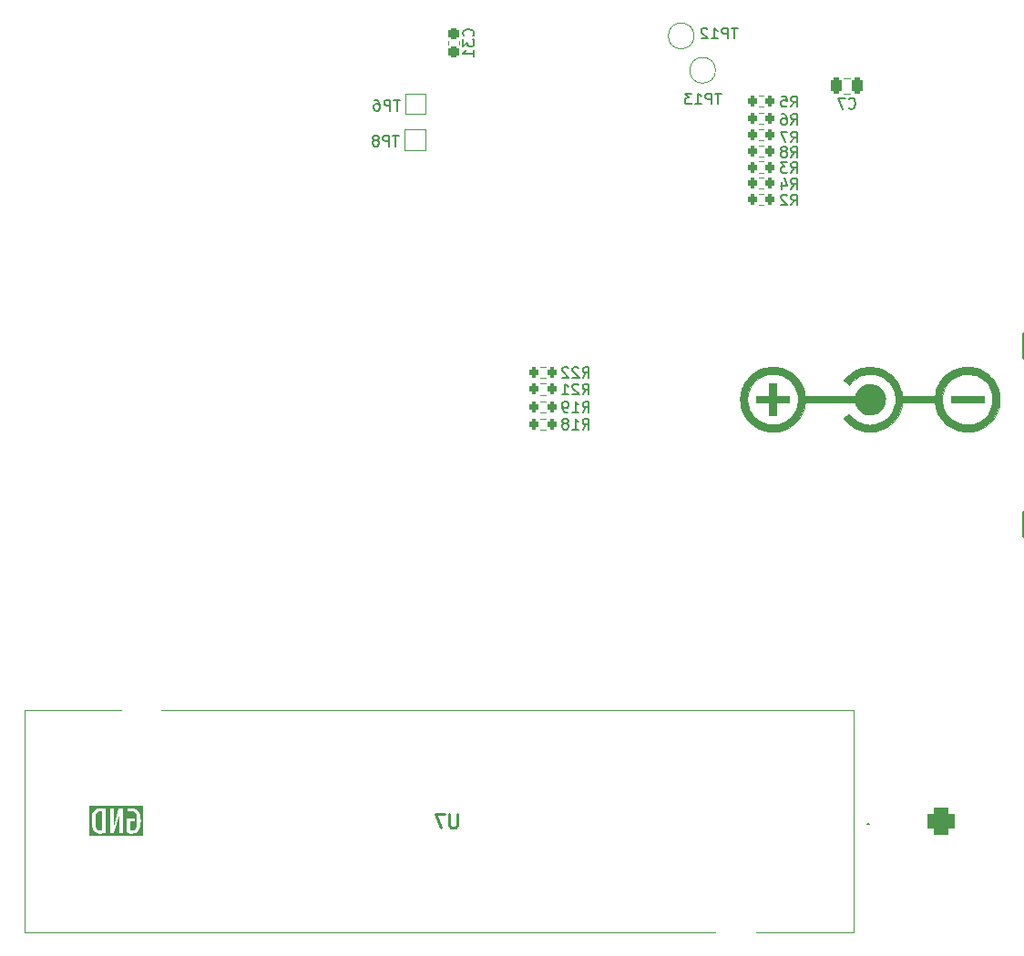
<source format=gbr>
%TF.GenerationSoftware,KiCad,Pcbnew,(6.0.9)*%
%TF.CreationDate,2023-04-07T16:32:21+03:00*%
%TF.ProjectId,ESP32_power_meter_MP3_player_WIFI_radio_V2,45535033-325f-4706-9f77-65725f6d6574,rev?*%
%TF.SameCoordinates,Original*%
%TF.FileFunction,Legend,Bot*%
%TF.FilePolarity,Positive*%
%FSLAX46Y46*%
G04 Gerber Fmt 4.6, Leading zero omitted, Abs format (unit mm)*
G04 Created by KiCad (PCBNEW (6.0.9)) date 2023-04-07 16:32:21*
%MOMM*%
%LPD*%
G01*
G04 APERTURE LIST*
G04 Aperture macros list*
%AMRoundRect*
0 Rectangle with rounded corners*
0 $1 Rounding radius*
0 $2 $3 $4 $5 $6 $7 $8 $9 X,Y pos of 4 corners*
0 Add a 4 corners polygon primitive as box body*
4,1,4,$2,$3,$4,$5,$6,$7,$8,$9,$2,$3,0*
0 Add four circle primitives for the rounded corners*
1,1,$1+$1,$2,$3*
1,1,$1+$1,$4,$5*
1,1,$1+$1,$6,$7*
1,1,$1+$1,$8,$9*
0 Add four rect primitives between the rounded corners*
20,1,$1+$1,$2,$3,$4,$5,0*
20,1,$1+$1,$4,$5,$6,$7,0*
20,1,$1+$1,$6,$7,$8,$9,0*
20,1,$1+$1,$8,$9,$2,$3,0*%
G04 Aperture macros list end*
%ADD10C,0.254000*%
%ADD11C,0.150000*%
%ADD12C,0.100000*%
%ADD13C,0.200000*%
%ADD14C,0.120000*%
%ADD15C,0.010000*%
%ADD16C,1.980000*%
%ADD17C,5.325000*%
%ADD18C,3.585000*%
%ADD19C,1.300000*%
%ADD20C,1.710000*%
%ADD21C,1.500000*%
%ADD22R,1.950000X1.950000*%
%ADD23C,1.950000*%
%ADD24C,2.400000*%
%ADD25R,1.700000X1.700000*%
%ADD26O,1.700000X1.700000*%
%ADD27RoundRect,0.650000X-0.650000X0.650000X-0.650000X-0.650000X0.650000X-0.650000X0.650000X0.650000X0*%
%ADD28C,2.600000*%
%ADD29R,5.500000X2.000000*%
%ADD30R,1.800000X5.000000*%
%ADD31R,1.800000X4.400000*%
%ADD32O,1.800000X4.000000*%
%ADD33O,4.000000X1.800000*%
%ADD34R,1.500000X1.600000*%
%ADD35C,1.600000*%
%ADD36C,3.000000*%
%ADD37R,1.600000X1.500000*%
%ADD38C,3.200000*%
%ADD39C,3.810000*%
%ADD40C,2.700000*%
%ADD41C,1.524000*%
%ADD42C,1.440000*%
%ADD43C,2.000000*%
%ADD44RoundRect,0.650000X-0.650000X-0.650000X0.650000X-0.650000X0.650000X0.650000X-0.650000X0.650000X0*%
%ADD45R,2.400000X2.400000*%
%ADD46O,2.400000X2.400000*%
%ADD47RoundRect,0.200000X0.200000X0.275000X-0.200000X0.275000X-0.200000X-0.275000X0.200000X-0.275000X0*%
%ADD48RoundRect,0.250000X-0.250000X-0.475000X0.250000X-0.475000X0.250000X0.475000X-0.250000X0.475000X0*%
%ADD49R,1.500000X1.500000*%
%ADD50RoundRect,0.237500X0.237500X-0.300000X0.237500X0.300000X-0.237500X0.300000X-0.237500X-0.300000X0*%
%ADD51RoundRect,0.101600X-1.206500X1.206500X-1.206500X-1.206500X1.206500X-1.206500X1.206500X1.206500X0*%
%ADD52C,2.616200*%
G04 APERTURE END LIST*
D10*
%TO.C,U7*%
X91594619Y-124174523D02*
X91594619Y-125202619D01*
X91534142Y-125323571D01*
X91473666Y-125384047D01*
X91352714Y-125444523D01*
X91110809Y-125444523D01*
X90989857Y-125384047D01*
X90929380Y-125323571D01*
X90868904Y-125202619D01*
X90868904Y-124174523D01*
X90385095Y-124174523D02*
X89538428Y-124174523D01*
X90082714Y-125444523D01*
D11*
%TO.C,R19*%
X103242857Y-86802380D02*
X103576190Y-86326190D01*
X103814285Y-86802380D02*
X103814285Y-85802380D01*
X103433333Y-85802380D01*
X103338095Y-85850000D01*
X103290476Y-85897619D01*
X103242857Y-85992857D01*
X103242857Y-86135714D01*
X103290476Y-86230952D01*
X103338095Y-86278571D01*
X103433333Y-86326190D01*
X103814285Y-86326190D01*
X102290476Y-86802380D02*
X102861904Y-86802380D01*
X102576190Y-86802380D02*
X102576190Y-85802380D01*
X102671428Y-85945238D01*
X102766666Y-86040476D01*
X102861904Y-86088095D01*
X101814285Y-86802380D02*
X101623809Y-86802380D01*
X101528571Y-86754761D01*
X101480952Y-86707142D01*
X101385714Y-86564285D01*
X101338095Y-86373809D01*
X101338095Y-85992857D01*
X101385714Y-85897619D01*
X101433333Y-85850000D01*
X101528571Y-85802380D01*
X101719047Y-85802380D01*
X101814285Y-85850000D01*
X101861904Y-85897619D01*
X101909523Y-85992857D01*
X101909523Y-86230952D01*
X101861904Y-86326190D01*
X101814285Y-86373809D01*
X101719047Y-86421428D01*
X101528571Y-86421428D01*
X101433333Y-86373809D01*
X101385714Y-86326190D01*
X101338095Y-86230952D01*
%TO.C,R21*%
X103242857Y-85152380D02*
X103576190Y-84676190D01*
X103814285Y-85152380D02*
X103814285Y-84152380D01*
X103433333Y-84152380D01*
X103338095Y-84200000D01*
X103290476Y-84247619D01*
X103242857Y-84342857D01*
X103242857Y-84485714D01*
X103290476Y-84580952D01*
X103338095Y-84628571D01*
X103433333Y-84676190D01*
X103814285Y-84676190D01*
X102861904Y-84247619D02*
X102814285Y-84200000D01*
X102719047Y-84152380D01*
X102480952Y-84152380D01*
X102385714Y-84200000D01*
X102338095Y-84247619D01*
X102290476Y-84342857D01*
X102290476Y-84438095D01*
X102338095Y-84580952D01*
X102909523Y-85152380D01*
X102290476Y-85152380D01*
X101338095Y-85152380D02*
X101909523Y-85152380D01*
X101623809Y-85152380D02*
X101623809Y-84152380D01*
X101719047Y-84295238D01*
X101814285Y-84390476D01*
X101909523Y-84438095D01*
%TO.C,R2*%
X122616666Y-67552380D02*
X122950000Y-67076190D01*
X123188095Y-67552380D02*
X123188095Y-66552380D01*
X122807142Y-66552380D01*
X122711904Y-66600000D01*
X122664285Y-66647619D01*
X122616666Y-66742857D01*
X122616666Y-66885714D01*
X122664285Y-66980952D01*
X122711904Y-67028571D01*
X122807142Y-67076190D01*
X123188095Y-67076190D01*
X122235714Y-66647619D02*
X122188095Y-66600000D01*
X122092857Y-66552380D01*
X121854761Y-66552380D01*
X121759523Y-66600000D01*
X121711904Y-66647619D01*
X121664285Y-66742857D01*
X121664285Y-66838095D01*
X121711904Y-66980952D01*
X122283333Y-67552380D01*
X121664285Y-67552380D01*
%TO.C,TP12*%
X117638095Y-51052380D02*
X117066666Y-51052380D01*
X117352380Y-52052380D02*
X117352380Y-51052380D01*
X116733333Y-52052380D02*
X116733333Y-51052380D01*
X116352380Y-51052380D01*
X116257142Y-51100000D01*
X116209523Y-51147619D01*
X116161904Y-51242857D01*
X116161904Y-51385714D01*
X116209523Y-51480952D01*
X116257142Y-51528571D01*
X116352380Y-51576190D01*
X116733333Y-51576190D01*
X115209523Y-52052380D02*
X115780952Y-52052380D01*
X115495238Y-52052380D02*
X115495238Y-51052380D01*
X115590476Y-51195238D01*
X115685714Y-51290476D01*
X115780952Y-51338095D01*
X114828571Y-51147619D02*
X114780952Y-51100000D01*
X114685714Y-51052380D01*
X114447619Y-51052380D01*
X114352380Y-51100000D01*
X114304761Y-51147619D01*
X114257142Y-51242857D01*
X114257142Y-51338095D01*
X114304761Y-51480952D01*
X114876190Y-52052380D01*
X114257142Y-52052380D01*
%TO.C,R6*%
X122616666Y-60052380D02*
X122950000Y-59576190D01*
X123188095Y-60052380D02*
X123188095Y-59052380D01*
X122807142Y-59052380D01*
X122711904Y-59100000D01*
X122664285Y-59147619D01*
X122616666Y-59242857D01*
X122616666Y-59385714D01*
X122664285Y-59480952D01*
X122711904Y-59528571D01*
X122807142Y-59576190D01*
X123188095Y-59576190D01*
X121759523Y-59052380D02*
X121950000Y-59052380D01*
X122045238Y-59100000D01*
X122092857Y-59147619D01*
X122188095Y-59290476D01*
X122235714Y-59480952D01*
X122235714Y-59861904D01*
X122188095Y-59957142D01*
X122140476Y-60004761D01*
X122045238Y-60052380D01*
X121854761Y-60052380D01*
X121759523Y-60004761D01*
X121711904Y-59957142D01*
X121664285Y-59861904D01*
X121664285Y-59623809D01*
X121711904Y-59528571D01*
X121759523Y-59480952D01*
X121854761Y-59433333D01*
X122045238Y-59433333D01*
X122140476Y-59480952D01*
X122188095Y-59528571D01*
X122235714Y-59623809D01*
%TO.C,C7*%
X127966666Y-58487142D02*
X128014285Y-58534761D01*
X128157142Y-58582380D01*
X128252380Y-58582380D01*
X128395238Y-58534761D01*
X128490476Y-58439523D01*
X128538095Y-58344285D01*
X128585714Y-58153809D01*
X128585714Y-58010952D01*
X128538095Y-57820476D01*
X128490476Y-57725238D01*
X128395238Y-57630000D01*
X128252380Y-57582380D01*
X128157142Y-57582380D01*
X128014285Y-57630000D01*
X127966666Y-57677619D01*
X127633333Y-57582380D02*
X126966666Y-57582380D01*
X127395238Y-58582380D01*
%TO.C,R4*%
X122616666Y-66052380D02*
X122950000Y-65576190D01*
X123188095Y-66052380D02*
X123188095Y-65052380D01*
X122807142Y-65052380D01*
X122711904Y-65100000D01*
X122664285Y-65147619D01*
X122616666Y-65242857D01*
X122616666Y-65385714D01*
X122664285Y-65480952D01*
X122711904Y-65528571D01*
X122807142Y-65576190D01*
X123188095Y-65576190D01*
X121759523Y-65385714D02*
X121759523Y-66052380D01*
X121997619Y-65004761D02*
X122235714Y-65719047D01*
X121616666Y-65719047D01*
%TO.C,TP6*%
X86261904Y-57752380D02*
X85690476Y-57752380D01*
X85976190Y-58752380D02*
X85976190Y-57752380D01*
X85357142Y-58752380D02*
X85357142Y-57752380D01*
X84976190Y-57752380D01*
X84880952Y-57800000D01*
X84833333Y-57847619D01*
X84785714Y-57942857D01*
X84785714Y-58085714D01*
X84833333Y-58180952D01*
X84880952Y-58228571D01*
X84976190Y-58276190D01*
X85357142Y-58276190D01*
X83928571Y-57752380D02*
X84119047Y-57752380D01*
X84214285Y-57800000D01*
X84261904Y-57847619D01*
X84357142Y-57990476D01*
X84404761Y-58180952D01*
X84404761Y-58561904D01*
X84357142Y-58657142D01*
X84309523Y-58704761D01*
X84214285Y-58752380D01*
X84023809Y-58752380D01*
X83928571Y-58704761D01*
X83880952Y-58657142D01*
X83833333Y-58561904D01*
X83833333Y-58323809D01*
X83880952Y-58228571D01*
X83928571Y-58180952D01*
X84023809Y-58133333D01*
X84214285Y-58133333D01*
X84309523Y-58180952D01*
X84357142Y-58228571D01*
X84404761Y-58323809D01*
%TO.C,R18*%
X103242857Y-88402380D02*
X103576190Y-87926190D01*
X103814285Y-88402380D02*
X103814285Y-87402380D01*
X103433333Y-87402380D01*
X103338095Y-87450000D01*
X103290476Y-87497619D01*
X103242857Y-87592857D01*
X103242857Y-87735714D01*
X103290476Y-87830952D01*
X103338095Y-87878571D01*
X103433333Y-87926190D01*
X103814285Y-87926190D01*
X102290476Y-88402380D02*
X102861904Y-88402380D01*
X102576190Y-88402380D02*
X102576190Y-87402380D01*
X102671428Y-87545238D01*
X102766666Y-87640476D01*
X102861904Y-87688095D01*
X101719047Y-87830952D02*
X101814285Y-87783333D01*
X101861904Y-87735714D01*
X101909523Y-87640476D01*
X101909523Y-87592857D01*
X101861904Y-87497619D01*
X101814285Y-87450000D01*
X101719047Y-87402380D01*
X101528571Y-87402380D01*
X101433333Y-87450000D01*
X101385714Y-87497619D01*
X101338095Y-87592857D01*
X101338095Y-87640476D01*
X101385714Y-87735714D01*
X101433333Y-87783333D01*
X101528571Y-87830952D01*
X101719047Y-87830952D01*
X101814285Y-87878571D01*
X101861904Y-87926190D01*
X101909523Y-88021428D01*
X101909523Y-88211904D01*
X101861904Y-88307142D01*
X101814285Y-88354761D01*
X101719047Y-88402380D01*
X101528571Y-88402380D01*
X101433333Y-88354761D01*
X101385714Y-88307142D01*
X101338095Y-88211904D01*
X101338095Y-88021428D01*
X101385714Y-87926190D01*
X101433333Y-87878571D01*
X101528571Y-87830952D01*
%TO.C,R7*%
X122616666Y-61702380D02*
X122950000Y-61226190D01*
X123188095Y-61702380D02*
X123188095Y-60702380D01*
X122807142Y-60702380D01*
X122711904Y-60750000D01*
X122664285Y-60797619D01*
X122616666Y-60892857D01*
X122616666Y-61035714D01*
X122664285Y-61130952D01*
X122711904Y-61178571D01*
X122807142Y-61226190D01*
X123188095Y-61226190D01*
X122283333Y-60702380D02*
X121616666Y-60702380D01*
X122045238Y-61702380D01*
%TO.C,C31*%
X93037142Y-51807142D02*
X93084761Y-51759523D01*
X93132380Y-51616666D01*
X93132380Y-51521428D01*
X93084761Y-51378571D01*
X92989523Y-51283333D01*
X92894285Y-51235714D01*
X92703809Y-51188095D01*
X92560952Y-51188095D01*
X92370476Y-51235714D01*
X92275238Y-51283333D01*
X92180000Y-51378571D01*
X92132380Y-51521428D01*
X92132380Y-51616666D01*
X92180000Y-51759523D01*
X92227619Y-51807142D01*
X92132380Y-52140476D02*
X92132380Y-52759523D01*
X92513333Y-52426190D01*
X92513333Y-52569047D01*
X92560952Y-52664285D01*
X92608571Y-52711904D01*
X92703809Y-52759523D01*
X92941904Y-52759523D01*
X93037142Y-52711904D01*
X93084761Y-52664285D01*
X93132380Y-52569047D01*
X93132380Y-52283333D01*
X93084761Y-52188095D01*
X93037142Y-52140476D01*
X93132380Y-53711904D02*
X93132380Y-53140476D01*
X93132380Y-53426190D02*
X92132380Y-53426190D01*
X92275238Y-53330952D01*
X92370476Y-53235714D01*
X92418095Y-53140476D01*
%TO.C,TP8*%
X86161904Y-61052380D02*
X85590476Y-61052380D01*
X85876190Y-62052380D02*
X85876190Y-61052380D01*
X85257142Y-62052380D02*
X85257142Y-61052380D01*
X84876190Y-61052380D01*
X84780952Y-61100000D01*
X84733333Y-61147619D01*
X84685714Y-61242857D01*
X84685714Y-61385714D01*
X84733333Y-61480952D01*
X84780952Y-61528571D01*
X84876190Y-61576190D01*
X85257142Y-61576190D01*
X84114285Y-61480952D02*
X84209523Y-61433333D01*
X84257142Y-61385714D01*
X84304761Y-61290476D01*
X84304761Y-61242857D01*
X84257142Y-61147619D01*
X84209523Y-61100000D01*
X84114285Y-61052380D01*
X83923809Y-61052380D01*
X83828571Y-61100000D01*
X83780952Y-61147619D01*
X83733333Y-61242857D01*
X83733333Y-61290476D01*
X83780952Y-61385714D01*
X83828571Y-61433333D01*
X83923809Y-61480952D01*
X84114285Y-61480952D01*
X84209523Y-61528571D01*
X84257142Y-61576190D01*
X84304761Y-61671428D01*
X84304761Y-61861904D01*
X84257142Y-61957142D01*
X84209523Y-62004761D01*
X84114285Y-62052380D01*
X83923809Y-62052380D01*
X83828571Y-62004761D01*
X83780952Y-61957142D01*
X83733333Y-61861904D01*
X83733333Y-61671428D01*
X83780952Y-61576190D01*
X83828571Y-61528571D01*
X83923809Y-61480952D01*
%TO.C,R8*%
X122616666Y-63102380D02*
X122950000Y-62626190D01*
X123188095Y-63102380D02*
X123188095Y-62102380D01*
X122807142Y-62102380D01*
X122711904Y-62150000D01*
X122664285Y-62197619D01*
X122616666Y-62292857D01*
X122616666Y-62435714D01*
X122664285Y-62530952D01*
X122711904Y-62578571D01*
X122807142Y-62626190D01*
X123188095Y-62626190D01*
X122045238Y-62530952D02*
X122140476Y-62483333D01*
X122188095Y-62435714D01*
X122235714Y-62340476D01*
X122235714Y-62292857D01*
X122188095Y-62197619D01*
X122140476Y-62150000D01*
X122045238Y-62102380D01*
X121854761Y-62102380D01*
X121759523Y-62150000D01*
X121711904Y-62197619D01*
X121664285Y-62292857D01*
X121664285Y-62340476D01*
X121711904Y-62435714D01*
X121759523Y-62483333D01*
X121854761Y-62530952D01*
X122045238Y-62530952D01*
X122140476Y-62578571D01*
X122188095Y-62626190D01*
X122235714Y-62721428D01*
X122235714Y-62911904D01*
X122188095Y-63007142D01*
X122140476Y-63054761D01*
X122045238Y-63102380D01*
X121854761Y-63102380D01*
X121759523Y-63054761D01*
X121711904Y-63007142D01*
X121664285Y-62911904D01*
X121664285Y-62721428D01*
X121711904Y-62626190D01*
X121759523Y-62578571D01*
X121854761Y-62530952D01*
%TO.C,R3*%
X122616666Y-64552380D02*
X122950000Y-64076190D01*
X123188095Y-64552380D02*
X123188095Y-63552380D01*
X122807142Y-63552380D01*
X122711904Y-63600000D01*
X122664285Y-63647619D01*
X122616666Y-63742857D01*
X122616666Y-63885714D01*
X122664285Y-63980952D01*
X122711904Y-64028571D01*
X122807142Y-64076190D01*
X123188095Y-64076190D01*
X122283333Y-63552380D02*
X121664285Y-63552380D01*
X121997619Y-63933333D01*
X121854761Y-63933333D01*
X121759523Y-63980952D01*
X121711904Y-64028571D01*
X121664285Y-64123809D01*
X121664285Y-64361904D01*
X121711904Y-64457142D01*
X121759523Y-64504761D01*
X121854761Y-64552380D01*
X122140476Y-64552380D01*
X122235714Y-64504761D01*
X122283333Y-64457142D01*
%TO.C,R5*%
X122616666Y-58402380D02*
X122950000Y-57926190D01*
X123188095Y-58402380D02*
X123188095Y-57402380D01*
X122807142Y-57402380D01*
X122711904Y-57450000D01*
X122664285Y-57497619D01*
X122616666Y-57592857D01*
X122616666Y-57735714D01*
X122664285Y-57830952D01*
X122711904Y-57878571D01*
X122807142Y-57926190D01*
X123188095Y-57926190D01*
X121711904Y-57402380D02*
X122188095Y-57402380D01*
X122235714Y-57878571D01*
X122188095Y-57830952D01*
X122092857Y-57783333D01*
X121854761Y-57783333D01*
X121759523Y-57830952D01*
X121711904Y-57878571D01*
X121664285Y-57973809D01*
X121664285Y-58211904D01*
X121711904Y-58307142D01*
X121759523Y-58354761D01*
X121854761Y-58402380D01*
X122092857Y-58402380D01*
X122188095Y-58354761D01*
X122235714Y-58307142D01*
%TO.C,R22*%
X103242857Y-83602380D02*
X103576190Y-83126190D01*
X103814285Y-83602380D02*
X103814285Y-82602380D01*
X103433333Y-82602380D01*
X103338095Y-82650000D01*
X103290476Y-82697619D01*
X103242857Y-82792857D01*
X103242857Y-82935714D01*
X103290476Y-83030952D01*
X103338095Y-83078571D01*
X103433333Y-83126190D01*
X103814285Y-83126190D01*
X102861904Y-82697619D02*
X102814285Y-82650000D01*
X102719047Y-82602380D01*
X102480952Y-82602380D01*
X102385714Y-82650000D01*
X102338095Y-82697619D01*
X102290476Y-82792857D01*
X102290476Y-82888095D01*
X102338095Y-83030952D01*
X102909523Y-83602380D01*
X102290476Y-83602380D01*
X101909523Y-82697619D02*
X101861904Y-82650000D01*
X101766666Y-82602380D01*
X101528571Y-82602380D01*
X101433333Y-82650000D01*
X101385714Y-82697619D01*
X101338095Y-82792857D01*
X101338095Y-82888095D01*
X101385714Y-83030952D01*
X101957142Y-83602380D01*
X101338095Y-83602380D01*
%TO.C,TP13*%
X116138095Y-57152380D02*
X115566666Y-57152380D01*
X115852380Y-58152380D02*
X115852380Y-57152380D01*
X115233333Y-58152380D02*
X115233333Y-57152380D01*
X114852380Y-57152380D01*
X114757142Y-57200000D01*
X114709523Y-57247619D01*
X114661904Y-57342857D01*
X114661904Y-57485714D01*
X114709523Y-57580952D01*
X114757142Y-57628571D01*
X114852380Y-57676190D01*
X115233333Y-57676190D01*
X113709523Y-58152380D02*
X114280952Y-58152380D01*
X113995238Y-58152380D02*
X113995238Y-57152380D01*
X114090476Y-57295238D01*
X114185714Y-57390476D01*
X114280952Y-57438095D01*
X113376190Y-57152380D02*
X112757142Y-57152380D01*
X113090476Y-57533333D01*
X112947619Y-57533333D01*
X112852380Y-57580952D01*
X112804761Y-57628571D01*
X112757142Y-57723809D01*
X112757142Y-57961904D01*
X112804761Y-58057142D01*
X112852380Y-58104761D01*
X112947619Y-58152380D01*
X113233333Y-58152380D01*
X113328571Y-58104761D01*
X113376190Y-58057142D01*
D12*
%TO.C,U7*%
X128465000Y-114545000D02*
X64080000Y-114545000D01*
X64080000Y-114545000D02*
X64080000Y-114545000D01*
X64080000Y-114545000D02*
X128465000Y-114545000D01*
X128465000Y-114545000D02*
X128465000Y-114545000D01*
X60330000Y-114545000D02*
X51415000Y-114545000D01*
X51415000Y-114545000D02*
X51415000Y-114545000D01*
X51415000Y-114545000D02*
X60330000Y-114545000D01*
X60330000Y-114545000D02*
X60330000Y-114545000D01*
X51415000Y-135195000D02*
X115580000Y-135195000D01*
X115580000Y-135195000D02*
X115580000Y-135195000D01*
X115580000Y-135195000D02*
X51415000Y-135195000D01*
X51415000Y-135195000D02*
X51415000Y-135195000D01*
X119330000Y-135195000D02*
X128465000Y-135195000D01*
X128465000Y-135195000D02*
X128465000Y-135195000D01*
X128465000Y-135195000D02*
X119330000Y-135195000D01*
X119330000Y-135195000D02*
X119330000Y-135195000D01*
X51415000Y-114545000D02*
X51415000Y-114545000D01*
X51415000Y-114545000D02*
X51415000Y-135195000D01*
X51415000Y-135195000D02*
X51415000Y-135195000D01*
X51415000Y-135195000D02*
X51415000Y-114545000D01*
X128465000Y-135195000D02*
X128465000Y-135195000D01*
X128465000Y-135195000D02*
X128465000Y-114545000D01*
X128465000Y-114545000D02*
X128465000Y-114545000D01*
X128465000Y-114545000D02*
X128465000Y-135195000D01*
D13*
X129840000Y-125120000D02*
X129840000Y-125120000D01*
X129740000Y-125120000D02*
X129740000Y-125120000D01*
X129840000Y-125120000D02*
X129840000Y-125120000D01*
X129740000Y-125120000D02*
G75*
G03*
X129840000Y-125120000I50000J0D01*
G01*
X129840000Y-125120000D02*
G75*
G03*
X129740000Y-125120000I-50000J0D01*
G01*
X129740000Y-125120000D02*
G75*
G03*
X129840000Y-125120000I50000J0D01*
G01*
D14*
%TO.C,R19*%
X99787258Y-86822500D02*
X99312742Y-86822500D01*
X99787258Y-85777500D02*
X99312742Y-85777500D01*
%TO.C,R21*%
X99787258Y-85172500D02*
X99312742Y-85172500D01*
X99787258Y-84127500D02*
X99312742Y-84127500D01*
%TO.C,R2*%
X120087258Y-67522500D02*
X119612742Y-67522500D01*
X120087258Y-66477500D02*
X119612742Y-66477500D01*
%TO.C,TP12*%
X113600000Y-51800000D02*
G75*
G03*
X113600000Y-51800000I-1200000J0D01*
G01*
%TO.C,R6*%
X120087258Y-59972500D02*
X119612742Y-59972500D01*
X120087258Y-58927500D02*
X119612742Y-58927500D01*
%TO.C,C7*%
X127538748Y-55715000D02*
X128061252Y-55715000D01*
X127538748Y-57185000D02*
X128061252Y-57185000D01*
%TO.C,R4*%
X120087258Y-66022500D02*
X119612742Y-66022500D01*
X120087258Y-64977500D02*
X119612742Y-64977500D01*
%TO.C,TP6*%
X86750000Y-59050000D02*
X88650000Y-59050000D01*
X86750000Y-57150000D02*
X86750000Y-59050000D01*
X88650000Y-57150000D02*
X86750000Y-57150000D01*
X88650000Y-59050000D02*
X88650000Y-57150000D01*
%TO.C,R18*%
X99787258Y-88422500D02*
X99312742Y-88422500D01*
X99787258Y-87377500D02*
X99312742Y-87377500D01*
%TO.C,R7*%
X120087258Y-61522500D02*
X119612742Y-61522500D01*
X120087258Y-60477500D02*
X119612742Y-60477500D01*
%TO.C,C31*%
X91760000Y-52596267D02*
X91760000Y-52303733D01*
X90740000Y-52596267D02*
X90740000Y-52303733D01*
%TO.C,TP8*%
X86700000Y-62400000D02*
X88600000Y-62400000D01*
X86700000Y-60500000D02*
X86700000Y-62400000D01*
X88600000Y-60500000D02*
X86700000Y-60500000D01*
X88600000Y-62400000D02*
X88600000Y-60500000D01*
%TO.C,R8*%
X120087258Y-63022500D02*
X119612742Y-63022500D01*
X120087258Y-61977500D02*
X119612742Y-61977500D01*
%TO.C,R3*%
X120087258Y-64522500D02*
X119612742Y-64522500D01*
X120087258Y-63477500D02*
X119612742Y-63477500D01*
%TO.C,R5*%
X120087258Y-58372500D02*
X119612742Y-58372500D01*
X120087258Y-57327500D02*
X119612742Y-57327500D01*
%TO.C,FID3*%
G36*
X121201338Y-84691510D02*
G01*
X121204604Y-85291931D01*
X121805024Y-85295196D01*
X122405445Y-85298462D01*
X122405445Y-85901782D01*
X121198316Y-85901782D01*
X121198316Y-87108911D01*
X120594752Y-87108911D01*
X120594752Y-85901782D01*
X119387623Y-85901782D01*
X119387623Y-85298218D01*
X120594752Y-85298218D01*
X120594752Y-84091089D01*
X121198073Y-84091089D01*
X121201338Y-84691510D01*
G37*
D15*
X121201338Y-84691510D02*
X121204604Y-85291931D01*
X121805024Y-85295196D01*
X122405445Y-85298462D01*
X122405445Y-85901782D01*
X121198316Y-85901782D01*
X121198316Y-87108911D01*
X120594752Y-87108911D01*
X120594752Y-85901782D01*
X119387623Y-85901782D01*
X119387623Y-85298218D01*
X120594752Y-85298218D01*
X120594752Y-84091089D01*
X121198073Y-84091089D01*
X121201338Y-84691510D01*
G36*
X140499802Y-85901782D02*
G01*
X137481980Y-85901782D01*
X137481980Y-85298218D01*
X140499802Y-85298218D01*
X140499802Y-85901782D01*
G37*
X140499802Y-85901782D02*
X137481980Y-85901782D01*
X137481980Y-85298218D01*
X140499802Y-85298218D01*
X140499802Y-85901782D01*
G36*
X131325202Y-85891073D02*
G01*
X131276614Y-86072636D01*
X131245267Y-86156607D01*
X131168275Y-86312292D01*
X131069461Y-86458261D01*
X130947447Y-86596705D01*
X130864555Y-86673625D01*
X130721717Y-86779829D01*
X130568093Y-86865503D01*
X130405977Y-86930650D01*
X130237664Y-86975275D01*
X130065450Y-86999379D01*
X129891628Y-87002966D01*
X129718494Y-86986040D01*
X129548342Y-86948604D01*
X129383467Y-86890661D01*
X129226164Y-86812215D01*
X129078728Y-86713268D01*
X128943453Y-86593825D01*
X128904085Y-86552660D01*
X128817043Y-86448478D01*
X128742807Y-86337391D01*
X128678895Y-86214878D01*
X128622827Y-86076421D01*
X128572120Y-85917500D01*
X128571989Y-85917256D01*
X128565824Y-85915290D01*
X128549974Y-85913486D01*
X128523529Y-85911840D01*
X128485579Y-85910343D01*
X128435215Y-85908992D01*
X128371527Y-85907778D01*
X128293606Y-85906697D01*
X128200541Y-85905742D01*
X128091424Y-85904907D01*
X127965345Y-85904186D01*
X127821394Y-85903573D01*
X127658661Y-85903061D01*
X127476238Y-85902645D01*
X127273214Y-85902318D01*
X127048680Y-85902075D01*
X126801726Y-85901908D01*
X126531443Y-85901813D01*
X126236921Y-85901782D01*
X123906222Y-85901782D01*
X123883583Y-86055817D01*
X123872964Y-86122882D01*
X123818187Y-86379620D01*
X123742489Y-86630547D01*
X123647128Y-86872735D01*
X123533364Y-87103255D01*
X123402453Y-87319178D01*
X123255654Y-87517575D01*
X123247115Y-87527921D01*
X123174593Y-87610595D01*
X123089491Y-87700408D01*
X122998605Y-87790585D01*
X122908737Y-87874354D01*
X122826683Y-87944941D01*
X122698015Y-88043269D01*
X122483696Y-88183096D01*
X122255371Y-88305555D01*
X122016628Y-88409154D01*
X121771053Y-88492397D01*
X121522235Y-88553789D01*
X121273762Y-88591837D01*
X121235549Y-88595854D01*
X121177447Y-88602019D01*
X121128934Y-88607233D01*
X121097722Y-88610670D01*
X121075614Y-88612474D01*
X121017245Y-88614155D01*
X120941993Y-88613745D01*
X120855196Y-88611484D01*
X120762193Y-88607614D01*
X120668322Y-88602373D01*
X120578923Y-88596003D01*
X120499334Y-88588743D01*
X120434893Y-88580834D01*
X120178566Y-88532574D01*
X119914626Y-88459355D01*
X119661925Y-88363787D01*
X119419936Y-88245671D01*
X119188134Y-88104804D01*
X119099580Y-88042980D01*
X118889668Y-87875370D01*
X118697597Y-87690501D01*
X118523998Y-87489311D01*
X118369499Y-87272735D01*
X118234731Y-87041710D01*
X118120324Y-86797173D01*
X118026908Y-86540062D01*
X117955113Y-86271311D01*
X117923050Y-86101257D01*
X117894030Y-85845057D01*
X117885843Y-85582526D01*
X117889333Y-85509030D01*
X118557969Y-85509030D01*
X118558756Y-85633195D01*
X118563747Y-85760418D01*
X118572662Y-85883696D01*
X118585222Y-85996023D01*
X118601147Y-86090396D01*
X118653169Y-86294965D01*
X118733801Y-86522942D01*
X118834672Y-86737342D01*
X118954757Y-86937274D01*
X119093030Y-87121849D01*
X119248466Y-87290176D01*
X119420038Y-87441366D01*
X119606722Y-87574528D01*
X119807491Y-87688772D01*
X120021321Y-87783209D01*
X120247185Y-87856947D01*
X120484058Y-87909097D01*
X120730914Y-87938769D01*
X120745305Y-87939792D01*
X120810183Y-87944021D01*
X120867104Y-87947147D01*
X120910364Y-87948885D01*
X120934257Y-87948950D01*
X120949896Y-87947920D01*
X120989507Y-87945526D01*
X121034851Y-87942962D01*
X121175115Y-87931388D01*
X121413815Y-87893094D01*
X121643907Y-87832520D01*
X121864060Y-87750533D01*
X122072947Y-87648002D01*
X122269239Y-87525794D01*
X122451607Y-87384775D01*
X122618723Y-87225814D01*
X122769258Y-87049778D01*
X122901884Y-86857535D01*
X123015272Y-86649951D01*
X123072306Y-86522297D01*
X123150020Y-86303923D01*
X123204801Y-86079902D01*
X123237239Y-85847590D01*
X123247920Y-85604344D01*
X123247808Y-85577316D01*
X123246343Y-85497106D01*
X123243451Y-85418586D01*
X123239468Y-85349574D01*
X123234730Y-85297888D01*
X123230383Y-85264582D01*
X123185444Y-85024637D01*
X123118388Y-84794701D01*
X123030164Y-84575947D01*
X122921719Y-84369549D01*
X122794004Y-84176681D01*
X122647966Y-83998517D01*
X122484554Y-83836231D01*
X122304717Y-83690996D01*
X122109402Y-83563986D01*
X121899560Y-83456375D01*
X121676138Y-83369337D01*
X121584402Y-83341007D01*
X121357522Y-83288153D01*
X121125863Y-83257274D01*
X120892023Y-83248048D01*
X120658604Y-83260149D01*
X120428205Y-83293255D01*
X120203426Y-83347041D01*
X119986868Y-83421185D01*
X119781130Y-83515361D01*
X119588812Y-83629246D01*
X119505455Y-83687483D01*
X119316451Y-83840288D01*
X119147231Y-84008387D01*
X118998192Y-84191126D01*
X118869734Y-84387853D01*
X118762254Y-84597915D01*
X118676150Y-84820657D01*
X118611821Y-85055427D01*
X118569664Y-85301572D01*
X118561665Y-85394927D01*
X118557969Y-85509030D01*
X117889333Y-85509030D01*
X117898398Y-85318125D01*
X117931602Y-85056313D01*
X117985364Y-84801549D01*
X118048620Y-84587869D01*
X118146532Y-84335623D01*
X118266245Y-84094838D01*
X118406979Y-83866754D01*
X118567957Y-83652612D01*
X118748399Y-83453650D01*
X118947524Y-83271108D01*
X119123370Y-83136007D01*
X119344145Y-82994776D01*
X119578897Y-82872654D01*
X119825379Y-82770554D01*
X120081342Y-82689392D01*
X120344538Y-82630082D01*
X120612719Y-82593539D01*
X120665976Y-82589561D01*
X120775143Y-82585352D01*
X120896698Y-82584620D01*
X121023160Y-82587175D01*
X121147047Y-82592824D01*
X121260876Y-82601374D01*
X121357164Y-82612635D01*
X121509995Y-82638973D01*
X121777007Y-82703888D01*
X122033427Y-82790724D01*
X122278217Y-82898674D01*
X122510335Y-83026930D01*
X122728741Y-83174686D01*
X122932397Y-83341134D01*
X123120261Y-83525468D01*
X123291293Y-83726879D01*
X123444454Y-83944560D01*
X123578703Y-84177705D01*
X123693000Y-84425507D01*
X123741629Y-84555810D01*
X123793245Y-84720886D01*
X123837672Y-84892647D01*
X123872577Y-85061944D01*
X123895623Y-85219629D01*
X123904251Y-85298218D01*
X126274243Y-85298218D01*
X126565719Y-85298179D01*
X126833070Y-85298076D01*
X127077206Y-85297900D01*
X127299035Y-85297647D01*
X127499467Y-85297310D01*
X127679412Y-85296882D01*
X127839778Y-85296359D01*
X127981476Y-85295733D01*
X128105415Y-85294998D01*
X128212504Y-85294150D01*
X128303652Y-85293180D01*
X128379769Y-85292084D01*
X128441764Y-85290854D01*
X128490547Y-85289486D01*
X128527026Y-85287973D01*
X128552112Y-85286308D01*
X128566714Y-85284486D01*
X128571741Y-85282500D01*
X128620266Y-85122432D01*
X128683459Y-84967868D01*
X128759704Y-84829455D01*
X128851129Y-84703370D01*
X128959865Y-84585791D01*
X128992527Y-84555030D01*
X129046063Y-84507642D01*
X129097436Y-84465287D01*
X129138960Y-84434461D01*
X129277302Y-84352631D01*
X129444004Y-84279728D01*
X129617628Y-84228637D01*
X129795638Y-84199292D01*
X129975498Y-84191630D01*
X130154671Y-84205588D01*
X130330623Y-84241103D01*
X130500818Y-84298111D01*
X130662718Y-84376549D01*
X130813789Y-84476353D01*
X130925555Y-84571826D01*
X131046295Y-84703563D01*
X131148068Y-84849108D01*
X131230244Y-85006296D01*
X131292196Y-85172961D01*
X131333295Y-85346936D01*
X131352915Y-85526057D01*
X131351845Y-85604344D01*
X131350427Y-85708158D01*
X131325202Y-85891073D01*
G37*
X131325202Y-85891073D02*
X131276614Y-86072636D01*
X131245267Y-86156607D01*
X131168275Y-86312292D01*
X131069461Y-86458261D01*
X130947447Y-86596705D01*
X130864555Y-86673625D01*
X130721717Y-86779829D01*
X130568093Y-86865503D01*
X130405977Y-86930650D01*
X130237664Y-86975275D01*
X130065450Y-86999379D01*
X129891628Y-87002966D01*
X129718494Y-86986040D01*
X129548342Y-86948604D01*
X129383467Y-86890661D01*
X129226164Y-86812215D01*
X129078728Y-86713268D01*
X128943453Y-86593825D01*
X128904085Y-86552660D01*
X128817043Y-86448478D01*
X128742807Y-86337391D01*
X128678895Y-86214878D01*
X128622827Y-86076421D01*
X128572120Y-85917500D01*
X128571989Y-85917256D01*
X128565824Y-85915290D01*
X128549974Y-85913486D01*
X128523529Y-85911840D01*
X128485579Y-85910343D01*
X128435215Y-85908992D01*
X128371527Y-85907778D01*
X128293606Y-85906697D01*
X128200541Y-85905742D01*
X128091424Y-85904907D01*
X127965345Y-85904186D01*
X127821394Y-85903573D01*
X127658661Y-85903061D01*
X127476238Y-85902645D01*
X127273214Y-85902318D01*
X127048680Y-85902075D01*
X126801726Y-85901908D01*
X126531443Y-85901813D01*
X126236921Y-85901782D01*
X123906222Y-85901782D01*
X123883583Y-86055817D01*
X123872964Y-86122882D01*
X123818187Y-86379620D01*
X123742489Y-86630547D01*
X123647128Y-86872735D01*
X123533364Y-87103255D01*
X123402453Y-87319178D01*
X123255654Y-87517575D01*
X123247115Y-87527921D01*
X123174593Y-87610595D01*
X123089491Y-87700408D01*
X122998605Y-87790585D01*
X122908737Y-87874354D01*
X122826683Y-87944941D01*
X122698015Y-88043269D01*
X122483696Y-88183096D01*
X122255371Y-88305555D01*
X122016628Y-88409154D01*
X121771053Y-88492397D01*
X121522235Y-88553789D01*
X121273762Y-88591837D01*
X121235549Y-88595854D01*
X121177447Y-88602019D01*
X121128934Y-88607233D01*
X121097722Y-88610670D01*
X121075614Y-88612474D01*
X121017245Y-88614155D01*
X120941993Y-88613745D01*
X120855196Y-88611484D01*
X120762193Y-88607614D01*
X120668322Y-88602373D01*
X120578923Y-88596003D01*
X120499334Y-88588743D01*
X120434893Y-88580834D01*
X120178566Y-88532574D01*
X119914626Y-88459355D01*
X119661925Y-88363787D01*
X119419936Y-88245671D01*
X119188134Y-88104804D01*
X119099580Y-88042980D01*
X118889668Y-87875370D01*
X118697597Y-87690501D01*
X118523998Y-87489311D01*
X118369499Y-87272735D01*
X118234731Y-87041710D01*
X118120324Y-86797173D01*
X118026908Y-86540062D01*
X117955113Y-86271311D01*
X117923050Y-86101257D01*
X117894030Y-85845057D01*
X117885843Y-85582526D01*
X117889333Y-85509030D01*
X118557969Y-85509030D01*
X118558756Y-85633195D01*
X118563747Y-85760418D01*
X118572662Y-85883696D01*
X118585222Y-85996023D01*
X118601147Y-86090396D01*
X118653169Y-86294965D01*
X118733801Y-86522942D01*
X118834672Y-86737342D01*
X118954757Y-86937274D01*
X119093030Y-87121849D01*
X119248466Y-87290176D01*
X119420038Y-87441366D01*
X119606722Y-87574528D01*
X119807491Y-87688772D01*
X120021321Y-87783209D01*
X120247185Y-87856947D01*
X120484058Y-87909097D01*
X120730914Y-87938769D01*
X120745305Y-87939792D01*
X120810183Y-87944021D01*
X120867104Y-87947147D01*
X120910364Y-87948885D01*
X120934257Y-87948950D01*
X120949896Y-87947920D01*
X120989507Y-87945526D01*
X121034851Y-87942962D01*
X121175115Y-87931388D01*
X121413815Y-87893094D01*
X121643907Y-87832520D01*
X121864060Y-87750533D01*
X122072947Y-87648002D01*
X122269239Y-87525794D01*
X122451607Y-87384775D01*
X122618723Y-87225814D01*
X122769258Y-87049778D01*
X122901884Y-86857535D01*
X123015272Y-86649951D01*
X123072306Y-86522297D01*
X123150020Y-86303923D01*
X123204801Y-86079902D01*
X123237239Y-85847590D01*
X123247920Y-85604344D01*
X123247808Y-85577316D01*
X123246343Y-85497106D01*
X123243451Y-85418586D01*
X123239468Y-85349574D01*
X123234730Y-85297888D01*
X123230383Y-85264582D01*
X123185444Y-85024637D01*
X123118388Y-84794701D01*
X123030164Y-84575947D01*
X122921719Y-84369549D01*
X122794004Y-84176681D01*
X122647966Y-83998517D01*
X122484554Y-83836231D01*
X122304717Y-83690996D01*
X122109402Y-83563986D01*
X121899560Y-83456375D01*
X121676138Y-83369337D01*
X121584402Y-83341007D01*
X121357522Y-83288153D01*
X121125863Y-83257274D01*
X120892023Y-83248048D01*
X120658604Y-83260149D01*
X120428205Y-83293255D01*
X120203426Y-83347041D01*
X119986868Y-83421185D01*
X119781130Y-83515361D01*
X119588812Y-83629246D01*
X119505455Y-83687483D01*
X119316451Y-83840288D01*
X119147231Y-84008387D01*
X118998192Y-84191126D01*
X118869734Y-84387853D01*
X118762254Y-84597915D01*
X118676150Y-84820657D01*
X118611821Y-85055427D01*
X118569664Y-85301572D01*
X118561665Y-85394927D01*
X118557969Y-85509030D01*
X117889333Y-85509030D01*
X117898398Y-85318125D01*
X117931602Y-85056313D01*
X117985364Y-84801549D01*
X118048620Y-84587869D01*
X118146532Y-84335623D01*
X118266245Y-84094838D01*
X118406979Y-83866754D01*
X118567957Y-83652612D01*
X118748399Y-83453650D01*
X118947524Y-83271108D01*
X119123370Y-83136007D01*
X119344145Y-82994776D01*
X119578897Y-82872654D01*
X119825379Y-82770554D01*
X120081342Y-82689392D01*
X120344538Y-82630082D01*
X120612719Y-82593539D01*
X120665976Y-82589561D01*
X120775143Y-82585352D01*
X120896698Y-82584620D01*
X121023160Y-82587175D01*
X121147047Y-82592824D01*
X121260876Y-82601374D01*
X121357164Y-82612635D01*
X121509995Y-82638973D01*
X121777007Y-82703888D01*
X122033427Y-82790724D01*
X122278217Y-82898674D01*
X122510335Y-83026930D01*
X122728741Y-83174686D01*
X122932397Y-83341134D01*
X123120261Y-83525468D01*
X123291293Y-83726879D01*
X123444454Y-83944560D01*
X123578703Y-84177705D01*
X123693000Y-84425507D01*
X123741629Y-84555810D01*
X123793245Y-84720886D01*
X123837672Y-84892647D01*
X123872577Y-85061944D01*
X123895623Y-85219629D01*
X123904251Y-85298218D01*
X126274243Y-85298218D01*
X126565719Y-85298179D01*
X126833070Y-85298076D01*
X127077206Y-85297900D01*
X127299035Y-85297647D01*
X127499467Y-85297310D01*
X127679412Y-85296882D01*
X127839778Y-85296359D01*
X127981476Y-85295733D01*
X128105415Y-85294998D01*
X128212504Y-85294150D01*
X128303652Y-85293180D01*
X128379769Y-85292084D01*
X128441764Y-85290854D01*
X128490547Y-85289486D01*
X128527026Y-85287973D01*
X128552112Y-85286308D01*
X128566714Y-85284486D01*
X128571741Y-85282500D01*
X128620266Y-85122432D01*
X128683459Y-84967868D01*
X128759704Y-84829455D01*
X128851129Y-84703370D01*
X128959865Y-84585791D01*
X128992527Y-84555030D01*
X129046063Y-84507642D01*
X129097436Y-84465287D01*
X129138960Y-84434461D01*
X129277302Y-84352631D01*
X129444004Y-84279728D01*
X129617628Y-84228637D01*
X129795638Y-84199292D01*
X129975498Y-84191630D01*
X130154671Y-84205588D01*
X130330623Y-84241103D01*
X130500818Y-84298111D01*
X130662718Y-84376549D01*
X130813789Y-84476353D01*
X130925555Y-84571826D01*
X131046295Y-84703563D01*
X131148068Y-84849108D01*
X131230244Y-85006296D01*
X131292196Y-85172961D01*
X131333295Y-85346936D01*
X131352915Y-85526057D01*
X131351845Y-85604344D01*
X131350427Y-85708158D01*
X131325202Y-85891073D01*
G36*
X142000993Y-85733958D02*
G01*
X141997499Y-85848966D01*
X141990860Y-85951052D01*
X141980408Y-86046295D01*
X141965476Y-86140777D01*
X141945396Y-86240579D01*
X141919501Y-86351783D01*
X141902901Y-86416692D01*
X141821342Y-86674689D01*
X141718188Y-86921529D01*
X141594485Y-87156073D01*
X141451277Y-87377183D01*
X141289612Y-87583718D01*
X141110533Y-87774541D01*
X140915087Y-87948512D01*
X140704320Y-88104491D01*
X140479277Y-88241341D01*
X140241003Y-88357922D01*
X139990544Y-88453095D01*
X139925787Y-88473736D01*
X139792687Y-88511783D01*
X139659697Y-88543227D01*
X139520515Y-88569320D01*
X139368838Y-88591313D01*
X139198366Y-88610459D01*
X139176699Y-88611615D01*
X139131259Y-88612398D01*
X139070133Y-88612465D01*
X138998547Y-88611815D01*
X138921732Y-88610449D01*
X138863844Y-88608692D01*
X138580664Y-88585961D01*
X138307010Y-88539973D01*
X138042929Y-88470744D01*
X137788465Y-88378289D01*
X137543664Y-88262626D01*
X137308571Y-88123770D01*
X137083232Y-87961737D01*
X137024001Y-87913056D01*
X136899861Y-87799258D01*
X136774788Y-87670155D01*
X136653809Y-87531369D01*
X136541951Y-87388520D01*
X136444240Y-87247228D01*
X136340482Y-87069234D01*
X136242014Y-86865049D01*
X136156756Y-86649657D01*
X136086827Y-86429042D01*
X136034346Y-86209191D01*
X136001432Y-85996089D01*
X135991930Y-85908070D01*
X132948492Y-85901682D01*
X132920293Y-86077107D01*
X132894096Y-86219067D01*
X132828205Y-86476394D01*
X132739227Y-86726949D01*
X132626135Y-86973868D01*
X132491180Y-87211206D01*
X132336027Y-87434133D01*
X132161883Y-87641403D01*
X131969904Y-87831867D01*
X131761248Y-88004378D01*
X131537073Y-88157788D01*
X131298534Y-88290949D01*
X131125259Y-88371983D01*
X130897468Y-88460401D01*
X130669254Y-88527366D01*
X130436153Y-88573925D01*
X130193699Y-88601123D01*
X129937425Y-88610009D01*
X129735989Y-88603594D01*
X129463984Y-88573804D01*
X129198819Y-88520101D01*
X128941461Y-88442889D01*
X128692874Y-88342570D01*
X128454024Y-88219550D01*
X128225877Y-88074233D01*
X128009398Y-87907021D01*
X127805552Y-87718319D01*
X127787680Y-87699988D01*
X127740005Y-87649043D01*
X127689486Y-87592677D01*
X127638957Y-87534311D01*
X127591256Y-87477364D01*
X127549218Y-87425259D01*
X127515679Y-87381416D01*
X127493476Y-87349257D01*
X127485445Y-87332202D01*
X127485697Y-87331640D01*
X127498513Y-87320410D01*
X127528459Y-87297618D01*
X127572405Y-87265552D01*
X127627220Y-87226501D01*
X127689777Y-87182754D01*
X127757035Y-87136058D01*
X127821521Y-87091166D01*
X127878610Y-87051308D01*
X127923874Y-87019575D01*
X127952884Y-86999058D01*
X128011660Y-86957029D01*
X128105061Y-87073836D01*
X128208611Y-87194741D01*
X128380737Y-87364161D01*
X128568845Y-87514717D01*
X128771548Y-87645446D01*
X128987461Y-87755388D01*
X129215197Y-87843581D01*
X129431639Y-87903717D01*
X129666569Y-87944490D01*
X129902977Y-87961015D01*
X130139171Y-87953523D01*
X130373460Y-87922247D01*
X130604151Y-87867417D01*
X130829554Y-87789266D01*
X131047975Y-87688025D01*
X131257722Y-87563926D01*
X131306041Y-87531096D01*
X131494638Y-87384399D01*
X131665905Y-87220161D01*
X131819035Y-87039658D01*
X131953224Y-86844164D01*
X132067667Y-86634956D01*
X132161559Y-86413307D01*
X132234095Y-86180493D01*
X132284469Y-85937789D01*
X132285943Y-85928126D01*
X132296722Y-85829384D01*
X132303070Y-85714862D01*
X132304991Y-85592636D01*
X132303513Y-85520720D01*
X136649129Y-85520720D01*
X136653799Y-85769753D01*
X136661969Y-85866157D01*
X136698851Y-86105482D01*
X136757981Y-86334949D01*
X136838311Y-86553511D01*
X136938794Y-86760120D01*
X137058384Y-86953730D01*
X137196035Y-87133294D01*
X137350700Y-87297765D01*
X137521332Y-87446096D01*
X137706886Y-87577241D01*
X137906314Y-87690152D01*
X138118570Y-87783783D01*
X138342608Y-87857086D01*
X138577380Y-87909016D01*
X138821841Y-87938524D01*
X138840374Y-87939841D01*
X138904617Y-87944099D01*
X138959949Y-87947311D01*
X139000981Y-87949184D01*
X139022326Y-87949427D01*
X139038000Y-87948348D01*
X139075609Y-87945769D01*
X139126993Y-87942248D01*
X139185792Y-87938223D01*
X139279571Y-87929924D01*
X139515495Y-87892102D01*
X139744455Y-87831129D01*
X139964783Y-87747901D01*
X140174812Y-87643313D01*
X140372872Y-87518261D01*
X140557296Y-87373641D01*
X140726416Y-87210349D01*
X140878562Y-87029281D01*
X140931549Y-86956040D01*
X141055653Y-86755171D01*
X141157945Y-86542444D01*
X141238088Y-86318899D01*
X141295747Y-86085570D01*
X141330589Y-85843496D01*
X141342277Y-85593713D01*
X141342070Y-85560821D01*
X141327216Y-85315479D01*
X141289438Y-85077652D01*
X141229501Y-84848587D01*
X141148171Y-84629530D01*
X141046216Y-84421731D01*
X140924402Y-84226436D01*
X140783495Y-84044892D01*
X140624261Y-83878348D01*
X140447469Y-83728051D01*
X140253883Y-83595248D01*
X140044271Y-83481188D01*
X139998494Y-83459848D01*
X139776095Y-83372634D01*
X139546074Y-83308252D01*
X139310736Y-83266685D01*
X139072385Y-83247919D01*
X138833323Y-83251938D01*
X138595855Y-83278726D01*
X138362286Y-83328267D01*
X138134917Y-83400547D01*
X137916054Y-83495549D01*
X137762033Y-83579481D01*
X137566236Y-83709996D01*
X137387374Y-83857969D01*
X137226140Y-84022152D01*
X137083224Y-84201300D01*
X136959318Y-84394169D01*
X136855113Y-84599512D01*
X136771300Y-84816084D01*
X136708571Y-85042640D01*
X136667617Y-85277934D01*
X136649129Y-85520720D01*
X132303513Y-85520720D01*
X132302486Y-85470783D01*
X132295559Y-85357379D01*
X132284213Y-85260499D01*
X132274266Y-85201610D01*
X132218438Y-84958680D01*
X132140714Y-84728108D01*
X132041049Y-84509802D01*
X131919395Y-84303671D01*
X131775706Y-84109624D01*
X131609937Y-83927568D01*
X131492211Y-83818148D01*
X131304395Y-83671424D01*
X131103994Y-83545416D01*
X130892717Y-83440642D01*
X130672270Y-83357618D01*
X130444363Y-83296861D01*
X130210705Y-83258889D01*
X129973002Y-83244217D01*
X129732963Y-83253363D01*
X129492297Y-83286844D01*
X129382302Y-83310970D01*
X129166504Y-83376457D01*
X128955345Y-83464029D01*
X128751829Y-83571818D01*
X128558964Y-83697958D01*
X128379754Y-83840579D01*
X128217206Y-83997816D01*
X128074325Y-84167800D01*
X128046877Y-84201697D01*
X128023099Y-84226301D01*
X128008598Y-84235693D01*
X127998696Y-84231092D01*
X127970210Y-84213833D01*
X127926502Y-84185598D01*
X127870515Y-84148325D01*
X127805192Y-84103954D01*
X127733476Y-84054424D01*
X127473068Y-83873156D01*
X127506522Y-83828088D01*
X127601142Y-83706909D01*
X127786734Y-83500249D01*
X127988811Y-83311958D01*
X128206162Y-83142939D01*
X128437580Y-82994094D01*
X128681853Y-82866325D01*
X128937772Y-82760535D01*
X129142878Y-82694910D01*
X129402575Y-82634983D01*
X129665744Y-82598872D01*
X129930622Y-82586333D01*
X130195447Y-82597125D01*
X130458455Y-82631006D01*
X130717883Y-82687732D01*
X130971970Y-82767062D01*
X131218951Y-82868752D01*
X131457065Y-82992562D01*
X131684549Y-83138247D01*
X131881781Y-83290848D01*
X132076752Y-83470883D01*
X132255857Y-83667697D01*
X132417601Y-83879139D01*
X132560485Y-84103058D01*
X132683013Y-84337303D01*
X132783687Y-84579725D01*
X132861010Y-84828171D01*
X132863835Y-84839221D01*
X132878534Y-84901447D01*
X132893815Y-84972678D01*
X132908641Y-85047329D01*
X132921976Y-85119813D01*
X132932783Y-85184545D01*
X132940028Y-85235940D01*
X132942673Y-85268411D01*
X132942673Y-85298218D01*
X135985164Y-85298218D01*
X135991000Y-85269926D01*
X135992012Y-85264603D01*
X135997050Y-85233363D01*
X136003751Y-85187446D01*
X136010949Y-85134753D01*
X136021976Y-85059854D01*
X136073789Y-84813665D01*
X136148516Y-84568592D01*
X136244631Y-84328154D01*
X136360609Y-84095871D01*
X136494923Y-83875264D01*
X136646047Y-83669852D01*
X136665956Y-83645730D01*
X136746233Y-83555405D01*
X136839098Y-83459408D01*
X136938030Y-83364086D01*
X137036506Y-83275786D01*
X137128007Y-83200851D01*
X137320362Y-83065669D01*
X137541406Y-82936974D01*
X137775035Y-82825906D01*
X138016823Y-82734558D01*
X138262345Y-82665019D01*
X138333129Y-82648862D01*
X138436493Y-82627852D01*
X138533585Y-82612124D01*
X138630673Y-82601015D01*
X138734027Y-82593863D01*
X138849914Y-82590009D01*
X138984604Y-82588788D01*
X139012632Y-82588794D01*
X139134078Y-82589800D01*
X139237608Y-82592868D01*
X139329180Y-82598593D01*
X139414751Y-82607575D01*
X139500281Y-82620410D01*
X139591728Y-82637696D01*
X139695049Y-82660030D01*
X139814926Y-82689576D01*
X140073476Y-82771403D01*
X140320432Y-82874713D01*
X140554760Y-82998484D01*
X140775425Y-83141693D01*
X140981395Y-83303316D01*
X141171632Y-83482333D01*
X141345105Y-83677719D01*
X141500777Y-83888452D01*
X141637615Y-84113511D01*
X141754584Y-84351871D01*
X141850651Y-84602510D01*
X141924779Y-84864406D01*
X141946075Y-84958820D01*
X141965845Y-85059131D01*
X141980579Y-85153894D01*
X141990919Y-85249237D01*
X141997509Y-85351286D01*
X142000991Y-85466165D01*
X142001961Y-85593713D01*
X142002008Y-85600000D01*
X142000993Y-85733958D01*
G37*
X142000993Y-85733958D02*
X141997499Y-85848966D01*
X141990860Y-85951052D01*
X141980408Y-86046295D01*
X141965476Y-86140777D01*
X141945396Y-86240579D01*
X141919501Y-86351783D01*
X141902901Y-86416692D01*
X141821342Y-86674689D01*
X141718188Y-86921529D01*
X141594485Y-87156073D01*
X141451277Y-87377183D01*
X141289612Y-87583718D01*
X141110533Y-87774541D01*
X140915087Y-87948512D01*
X140704320Y-88104491D01*
X140479277Y-88241341D01*
X140241003Y-88357922D01*
X139990544Y-88453095D01*
X139925787Y-88473736D01*
X139792687Y-88511783D01*
X139659697Y-88543227D01*
X139520515Y-88569320D01*
X139368838Y-88591313D01*
X139198366Y-88610459D01*
X139176699Y-88611615D01*
X139131259Y-88612398D01*
X139070133Y-88612465D01*
X138998547Y-88611815D01*
X138921732Y-88610449D01*
X138863844Y-88608692D01*
X138580664Y-88585961D01*
X138307010Y-88539973D01*
X138042929Y-88470744D01*
X137788465Y-88378289D01*
X137543664Y-88262626D01*
X137308571Y-88123770D01*
X137083232Y-87961737D01*
X137024001Y-87913056D01*
X136899861Y-87799258D01*
X136774788Y-87670155D01*
X136653809Y-87531369D01*
X136541951Y-87388520D01*
X136444240Y-87247228D01*
X136340482Y-87069234D01*
X136242014Y-86865049D01*
X136156756Y-86649657D01*
X136086827Y-86429042D01*
X136034346Y-86209191D01*
X136001432Y-85996089D01*
X135991930Y-85908070D01*
X132948492Y-85901682D01*
X132920293Y-86077107D01*
X132894096Y-86219067D01*
X132828205Y-86476394D01*
X132739227Y-86726949D01*
X132626135Y-86973868D01*
X132491180Y-87211206D01*
X132336027Y-87434133D01*
X132161883Y-87641403D01*
X131969904Y-87831867D01*
X131761248Y-88004378D01*
X131537073Y-88157788D01*
X131298534Y-88290949D01*
X131125259Y-88371983D01*
X130897468Y-88460401D01*
X130669254Y-88527366D01*
X130436153Y-88573925D01*
X130193699Y-88601123D01*
X129937425Y-88610009D01*
X129735989Y-88603594D01*
X129463984Y-88573804D01*
X129198819Y-88520101D01*
X128941461Y-88442889D01*
X128692874Y-88342570D01*
X128454024Y-88219550D01*
X128225877Y-88074233D01*
X128009398Y-87907021D01*
X127805552Y-87718319D01*
X127787680Y-87699988D01*
X127740005Y-87649043D01*
X127689486Y-87592677D01*
X127638957Y-87534311D01*
X127591256Y-87477364D01*
X127549218Y-87425259D01*
X127515679Y-87381416D01*
X127493476Y-87349257D01*
X127485445Y-87332202D01*
X127485697Y-87331640D01*
X127498513Y-87320410D01*
X127528459Y-87297618D01*
X127572405Y-87265552D01*
X127627220Y-87226501D01*
X127689777Y-87182754D01*
X127757035Y-87136058D01*
X127821521Y-87091166D01*
X127878610Y-87051308D01*
X127923874Y-87019575D01*
X127952884Y-86999058D01*
X128011660Y-86957029D01*
X128105061Y-87073836D01*
X128208611Y-87194741D01*
X128380737Y-87364161D01*
X128568845Y-87514717D01*
X128771548Y-87645446D01*
X128987461Y-87755388D01*
X129215197Y-87843581D01*
X129431639Y-87903717D01*
X129666569Y-87944490D01*
X129902977Y-87961015D01*
X130139171Y-87953523D01*
X130373460Y-87922247D01*
X130604151Y-87867417D01*
X130829554Y-87789266D01*
X131047975Y-87688025D01*
X131257722Y-87563926D01*
X131306041Y-87531096D01*
X131494638Y-87384399D01*
X131665905Y-87220161D01*
X131819035Y-87039658D01*
X131953224Y-86844164D01*
X132067667Y-86634956D01*
X132161559Y-86413307D01*
X132234095Y-86180493D01*
X132284469Y-85937789D01*
X132285943Y-85928126D01*
X132296722Y-85829384D01*
X132303070Y-85714862D01*
X132304991Y-85592636D01*
X132303513Y-85520720D01*
X136649129Y-85520720D01*
X136653799Y-85769753D01*
X136661969Y-85866157D01*
X136698851Y-86105482D01*
X136757981Y-86334949D01*
X136838311Y-86553511D01*
X136938794Y-86760120D01*
X137058384Y-86953730D01*
X137196035Y-87133294D01*
X137350700Y-87297765D01*
X137521332Y-87446096D01*
X137706886Y-87577241D01*
X137906314Y-87690152D01*
X138118570Y-87783783D01*
X138342608Y-87857086D01*
X138577380Y-87909016D01*
X138821841Y-87938524D01*
X138840374Y-87939841D01*
X138904617Y-87944099D01*
X138959949Y-87947311D01*
X139000981Y-87949184D01*
X139022326Y-87949427D01*
X139038000Y-87948348D01*
X139075609Y-87945769D01*
X139126993Y-87942248D01*
X139185792Y-87938223D01*
X139279571Y-87929924D01*
X139515495Y-87892102D01*
X139744455Y-87831129D01*
X139964783Y-87747901D01*
X140174812Y-87643313D01*
X140372872Y-87518261D01*
X140557296Y-87373641D01*
X140726416Y-87210349D01*
X140878562Y-87029281D01*
X140931549Y-86956040D01*
X141055653Y-86755171D01*
X141157945Y-86542444D01*
X141238088Y-86318899D01*
X141295747Y-86085570D01*
X141330589Y-85843496D01*
X141342277Y-85593713D01*
X141342070Y-85560821D01*
X141327216Y-85315479D01*
X141289438Y-85077652D01*
X141229501Y-84848587D01*
X141148171Y-84629530D01*
X141046216Y-84421731D01*
X140924402Y-84226436D01*
X140783495Y-84044892D01*
X140624261Y-83878348D01*
X140447469Y-83728051D01*
X140253883Y-83595248D01*
X140044271Y-83481188D01*
X139998494Y-83459848D01*
X139776095Y-83372634D01*
X139546074Y-83308252D01*
X139310736Y-83266685D01*
X139072385Y-83247919D01*
X138833323Y-83251938D01*
X138595855Y-83278726D01*
X138362286Y-83328267D01*
X138134917Y-83400547D01*
X137916054Y-83495549D01*
X137762033Y-83579481D01*
X137566236Y-83709996D01*
X137387374Y-83857969D01*
X137226140Y-84022152D01*
X137083224Y-84201300D01*
X136959318Y-84394169D01*
X136855113Y-84599512D01*
X136771300Y-84816084D01*
X136708571Y-85042640D01*
X136667617Y-85277934D01*
X136649129Y-85520720D01*
X132303513Y-85520720D01*
X132302486Y-85470783D01*
X132295559Y-85357379D01*
X132284213Y-85260499D01*
X132274266Y-85201610D01*
X132218438Y-84958680D01*
X132140714Y-84728108D01*
X132041049Y-84509802D01*
X131919395Y-84303671D01*
X131775706Y-84109624D01*
X131609937Y-83927568D01*
X131492211Y-83818148D01*
X131304395Y-83671424D01*
X131103994Y-83545416D01*
X130892717Y-83440642D01*
X130672270Y-83357618D01*
X130444363Y-83296861D01*
X130210705Y-83258889D01*
X129973002Y-83244217D01*
X129732963Y-83253363D01*
X129492297Y-83286844D01*
X129382302Y-83310970D01*
X129166504Y-83376457D01*
X128955345Y-83464029D01*
X128751829Y-83571818D01*
X128558964Y-83697958D01*
X128379754Y-83840579D01*
X128217206Y-83997816D01*
X128074325Y-84167800D01*
X128046877Y-84201697D01*
X128023099Y-84226301D01*
X128008598Y-84235693D01*
X127998696Y-84231092D01*
X127970210Y-84213833D01*
X127926502Y-84185598D01*
X127870515Y-84148325D01*
X127805192Y-84103954D01*
X127733476Y-84054424D01*
X127473068Y-83873156D01*
X127506522Y-83828088D01*
X127601142Y-83706909D01*
X127786734Y-83500249D01*
X127988811Y-83311958D01*
X128206162Y-83142939D01*
X128437580Y-82994094D01*
X128681853Y-82866325D01*
X128937772Y-82760535D01*
X129142878Y-82694910D01*
X129402575Y-82634983D01*
X129665744Y-82598872D01*
X129930622Y-82586333D01*
X130195447Y-82597125D01*
X130458455Y-82631006D01*
X130717883Y-82687732D01*
X130971970Y-82767062D01*
X131218951Y-82868752D01*
X131457065Y-82992562D01*
X131684549Y-83138247D01*
X131881781Y-83290848D01*
X132076752Y-83470883D01*
X132255857Y-83667697D01*
X132417601Y-83879139D01*
X132560485Y-84103058D01*
X132683013Y-84337303D01*
X132783687Y-84579725D01*
X132861010Y-84828171D01*
X132863835Y-84839221D01*
X132878534Y-84901447D01*
X132893815Y-84972678D01*
X132908641Y-85047329D01*
X132921976Y-85119813D01*
X132932783Y-85184545D01*
X132940028Y-85235940D01*
X132942673Y-85268411D01*
X132942673Y-85298218D01*
X135985164Y-85298218D01*
X135991000Y-85269926D01*
X135992012Y-85264603D01*
X135997050Y-85233363D01*
X136003751Y-85187446D01*
X136010949Y-85134753D01*
X136021976Y-85059854D01*
X136073789Y-84813665D01*
X136148516Y-84568592D01*
X136244631Y-84328154D01*
X136360609Y-84095871D01*
X136494923Y-83875264D01*
X136646047Y-83669852D01*
X136665956Y-83645730D01*
X136746233Y-83555405D01*
X136839098Y-83459408D01*
X136938030Y-83364086D01*
X137036506Y-83275786D01*
X137128007Y-83200851D01*
X137320362Y-83065669D01*
X137541406Y-82936974D01*
X137775035Y-82825906D01*
X138016823Y-82734558D01*
X138262345Y-82665019D01*
X138333129Y-82648862D01*
X138436493Y-82627852D01*
X138533585Y-82612124D01*
X138630673Y-82601015D01*
X138734027Y-82593863D01*
X138849914Y-82590009D01*
X138984604Y-82588788D01*
X139012632Y-82588794D01*
X139134078Y-82589800D01*
X139237608Y-82592868D01*
X139329180Y-82598593D01*
X139414751Y-82607575D01*
X139500281Y-82620410D01*
X139591728Y-82637696D01*
X139695049Y-82660030D01*
X139814926Y-82689576D01*
X140073476Y-82771403D01*
X140320432Y-82874713D01*
X140554760Y-82998484D01*
X140775425Y-83141693D01*
X140981395Y-83303316D01*
X141171632Y-83482333D01*
X141345105Y-83677719D01*
X141500777Y-83888452D01*
X141637615Y-84113511D01*
X141754584Y-84351871D01*
X141850651Y-84602510D01*
X141924779Y-84864406D01*
X141946075Y-84958820D01*
X141965845Y-85059131D01*
X141980579Y-85153894D01*
X141990919Y-85249237D01*
X141997509Y-85351286D01*
X142000991Y-85466165D01*
X142001961Y-85593713D01*
X142002008Y-85600000D01*
X142000993Y-85733958D01*
D14*
%TO.C,R22*%
X99787258Y-83622500D02*
X99312742Y-83622500D01*
X99787258Y-82577500D02*
X99312742Y-82577500D01*
%TO.C,TP13*%
X115600000Y-55000000D02*
G75*
G03*
X115600000Y-55000000I-1200000J0D01*
G01*
%TO.C,kibuzzard-63BB0CE1*%
G36*
X57420325Y-123410937D02*
G01*
X62379675Y-123410937D01*
X62379675Y-126189063D01*
X57420325Y-126189063D01*
X57420325Y-124768250D01*
X57618762Y-124768250D01*
X57629169Y-125055764D01*
X57660390Y-125300239D01*
X57712425Y-125501675D01*
X57827122Y-125731466D01*
X57983887Y-125881088D01*
X58190262Y-125963241D01*
X58453787Y-125990625D01*
X58713344Y-125974750D01*
X58792983Y-125958875D01*
X59307862Y-125958875D01*
X59663462Y-125958875D01*
X60158763Y-124276125D01*
X60165113Y-124276125D01*
X60165113Y-125958875D01*
X60514363Y-125958875D01*
X60514363Y-125879500D01*
X60847738Y-125879500D01*
X61017776Y-125941236D01*
X61197693Y-125978278D01*
X61387488Y-125990625D01*
X61573523Y-125971773D01*
X61734753Y-125915219D01*
X61871179Y-125820961D01*
X61982800Y-125689000D01*
X62069616Y-125519336D01*
X62131628Y-125311969D01*
X62168835Y-125066898D01*
X62181238Y-124784125D01*
X62167843Y-124499764D01*
X62127659Y-124256281D01*
X62060687Y-124053677D01*
X61966925Y-123891950D01*
X61800238Y-123734964D01*
X61585925Y-123640772D01*
X61323988Y-123609375D01*
X61121581Y-123626837D01*
X60927113Y-123679225D01*
X60927113Y-123964975D01*
X61129519Y-123907825D01*
X61323988Y-123888775D01*
X61550206Y-123939178D01*
X61708163Y-124090387D01*
X61776954Y-124257075D01*
X61818229Y-124488321D01*
X61831988Y-124784125D01*
X61818935Y-125086808D01*
X61779776Y-125325992D01*
X61714513Y-125501675D01*
X61571638Y-125663600D01*
X61377963Y-125717575D01*
X61187463Y-125679475D01*
X61187463Y-124847625D01*
X61587513Y-124847625D01*
X61587513Y-124577750D01*
X60847738Y-124577750D01*
X60847738Y-125879500D01*
X60514363Y-125879500D01*
X60514363Y-123641125D01*
X60146063Y-123641125D01*
X59650762Y-125323875D01*
X59641237Y-125323875D01*
X59641237Y-123641125D01*
X59307862Y-123641125D01*
X59307862Y-125958875D01*
X58792983Y-125958875D01*
X58952262Y-125927125D01*
X58952262Y-123672875D01*
X58703819Y-123625250D01*
X58453787Y-123609375D01*
X58185147Y-123638126D01*
X57971893Y-123724381D01*
X57814025Y-123868137D01*
X57728598Y-124021430D01*
X57667578Y-124222547D01*
X57630966Y-124471487D01*
X57618762Y-124768250D01*
X57420325Y-124768250D01*
X57420325Y-123410937D01*
G37*
G36*
X58596662Y-123914175D02*
G01*
X58596662Y-125689000D01*
X58453787Y-125717575D01*
X58231934Y-125666775D01*
X58080725Y-125514375D01*
X58016343Y-125341161D01*
X57977714Y-125092453D01*
X57964837Y-124768250D01*
X57977890Y-124474739D01*
X58017049Y-124246139D01*
X58082312Y-124082450D01*
X58233919Y-123934812D01*
X58453787Y-123885600D01*
X58596662Y-123914175D01*
G37*
%TD*%
%LPC*%
D16*
%TO.C,U7*%
X126040000Y-124870000D03*
X53840000Y-124870000D03*
D17*
X117400000Y-132740000D03*
D18*
X53840000Y-132740000D03*
D17*
X62200000Y-117000000D03*
%TD*%
D19*
%TO.C,S2*%
X96400000Y-140452500D03*
X100400000Y-140452500D03*
X104400000Y-140452500D03*
D20*
X94400000Y-144702500D03*
X94400000Y-138702500D03*
X106400000Y-138702500D03*
X106400000Y-144702500D03*
%TD*%
D21*
%TO.C,S1*%
X95200000Y-99700000D03*
X87580000Y-99700000D03*
X95200000Y-97160000D03*
X87580000Y-97160000D03*
X95200000Y-94620000D03*
X87580000Y-94620000D03*
X95200000Y-92080000D03*
X87580000Y-92080000D03*
X95200000Y-89540000D03*
X87580000Y-89540000D03*
X95200000Y-87000000D03*
X87580000Y-87000000D03*
X95200000Y-84460000D03*
X87580000Y-84460000D03*
X95200000Y-81920000D03*
X87580000Y-81920000D03*
%TD*%
D22*
%TO.C,J1*%
X55050000Y-89800000D03*
D23*
X60050000Y-84800000D03*
X60050000Y-87300000D03*
X60050000Y-92300000D03*
X60050000Y-94800000D03*
D24*
X55050000Y-84800000D03*
X55050000Y-94800000D03*
X60050000Y-89800000D03*
%TD*%
D25*
%TO.C,J16*%
X55100000Y-101900000D03*
D26*
X55100000Y-104440000D03*
X55100000Y-106980000D03*
X55100000Y-109520000D03*
%TD*%
D25*
%TO.C,J14*%
X84800000Y-144100000D03*
D26*
X84800000Y-146640000D03*
X82260000Y-144100000D03*
X82260000Y-146640000D03*
X79720000Y-144100000D03*
X79720000Y-146640000D03*
X77180000Y-144100000D03*
X77180000Y-146640000D03*
X74640000Y-144100000D03*
X74640000Y-146640000D03*
X72100000Y-144100000D03*
X72100000Y-146640000D03*
X69560000Y-144100000D03*
X69560000Y-146640000D03*
X67020000Y-144100000D03*
X67020000Y-146640000D03*
X64480000Y-144100000D03*
X64480000Y-146640000D03*
X61940000Y-144100000D03*
X61940000Y-146640000D03*
%TD*%
D27*
%TO.C,J10*%
X136600000Y-124860000D03*
D28*
X136600000Y-129940000D03*
%TD*%
D25*
%TO.C,J13*%
X144000000Y-112925000D03*
D26*
X144000000Y-115465000D03*
%TD*%
D29*
%TO.C,J5*%
X133086000Y-73352000D03*
D30*
X128260000Y-78940000D03*
X125974000Y-75892000D03*
%TD*%
D31*
%TO.C,J7*%
X135850000Y-65200000D03*
D32*
X141650000Y-65200000D03*
D33*
X138850000Y-60400000D03*
%TD*%
D34*
%TO.C,J11*%
X141840000Y-133900000D03*
D35*
X141840000Y-131400000D03*
X141840000Y-129400000D03*
X141840000Y-126900000D03*
D36*
X144550000Y-123830000D03*
X144550000Y-136970000D03*
%TD*%
D37*
%TO.C,J3*%
X71800000Y-60600000D03*
D35*
X69300000Y-60600000D03*
X67300000Y-60600000D03*
X64800000Y-60600000D03*
D36*
X61730000Y-57890000D03*
X74870000Y-57890000D03*
%TD*%
D38*
%TO.C,H4*%
X55000000Y-145000000D03*
%TD*%
D25*
%TO.C,JP1*%
X114075000Y-147000000D03*
D26*
X116615000Y-147000000D03*
X119155000Y-147000000D03*
%TD*%
D39*
%TO.C,U3*%
X66615000Y-83450000D03*
X66615000Y-96150000D03*
D40*
X68266000Y-91832000D03*
X68266000Y-87768000D03*
D41*
X80585000Y-82180000D03*
X80585000Y-84720000D03*
X80585000Y-97420000D03*
X80585000Y-94880000D03*
X80585000Y-92340000D03*
X80585000Y-89800000D03*
X80585000Y-87260000D03*
%TD*%
D38*
%TO.C,H3*%
X145000000Y-145000000D03*
%TD*%
D37*
%TO.C,J8*%
X127900000Y-140840000D03*
D35*
X130400000Y-140840000D03*
X132400000Y-140840000D03*
X134900000Y-140840000D03*
D36*
X137970000Y-143550000D03*
X124830000Y-143550000D03*
%TD*%
D25*
%TO.C,J4*%
X93250000Y-75900000D03*
D26*
X95790000Y-75900000D03*
X98330000Y-75900000D03*
X100870000Y-75900000D03*
X103410000Y-75900000D03*
X105950000Y-75900000D03*
%TD*%
D42*
%TO.C,RV1*%
X139500000Y-119000000D03*
X136960000Y-113920000D03*
X134420000Y-119000000D03*
%TD*%
D38*
%TO.C,H2*%
X145000000Y-55000000D03*
%TD*%
D43*
%TO.C,TP11*%
X113800000Y-69800000D03*
%TD*%
D38*
%TO.C,H1*%
X55000000Y-55000000D03*
%TD*%
D25*
%TO.C,J15*%
X58800000Y-101900000D03*
D26*
X58800000Y-104440000D03*
X58800000Y-106980000D03*
X58800000Y-109520000D03*
%TD*%
D44*
%TO.C,J6*%
X114260000Y-142400000D03*
D28*
X119340000Y-142400000D03*
%TD*%
D45*
%TO.C,D7*%
X116787500Y-110070500D03*
D46*
X121867500Y-110070500D03*
%TD*%
D47*
%TO.C,R19*%
X100375000Y-86300000D03*
X98725000Y-86300000D03*
%TD*%
%TO.C,R21*%
X100375000Y-84650000D03*
X98725000Y-84650000D03*
%TD*%
%TO.C,R2*%
X120675000Y-67000000D03*
X119025000Y-67000000D03*
%TD*%
D43*
%TO.C,TP12*%
X112400000Y-51800000D03*
%TD*%
D47*
%TO.C,R6*%
X120675000Y-59450000D03*
X119025000Y-59450000D03*
%TD*%
D48*
%TO.C,C7*%
X126850000Y-56450000D03*
X128750000Y-56450000D03*
%TD*%
D47*
%TO.C,R4*%
X120675000Y-65500000D03*
X119025000Y-65500000D03*
%TD*%
D49*
%TO.C,TP6*%
X87700000Y-58100000D03*
%TD*%
D47*
%TO.C,R18*%
X100375000Y-87900000D03*
X98725000Y-87900000D03*
%TD*%
%TO.C,R7*%
X120675000Y-61000000D03*
X119025000Y-61000000D03*
%TD*%
D50*
%TO.C,C31*%
X91250000Y-53312500D03*
X91250000Y-51587500D03*
%TD*%
D49*
%TO.C,TP8*%
X87650000Y-61450000D03*
%TD*%
D47*
%TO.C,R8*%
X120675000Y-62500000D03*
X119025000Y-62500000D03*
%TD*%
%TO.C,R3*%
X120675000Y-64000000D03*
X119025000Y-64000000D03*
%TD*%
%TO.C,R5*%
X120675000Y-57850000D03*
X119025000Y-57850000D03*
%TD*%
%TO.C,R22*%
X100375000Y-83100000D03*
X98725000Y-83100000D03*
%TD*%
D43*
%TO.C,TP13*%
X114400000Y-55000000D03*
%TD*%
D51*
%TO.C,J12*%
X145350420Y-97200010D03*
D52*
X145350420Y-102198730D03*
X145350420Y-107199990D03*
%TD*%
D51*
%TO.C,J9*%
X145350420Y-80600010D03*
D52*
X145350420Y-85598730D03*
X145350420Y-90599990D03*
%TD*%
M02*

</source>
